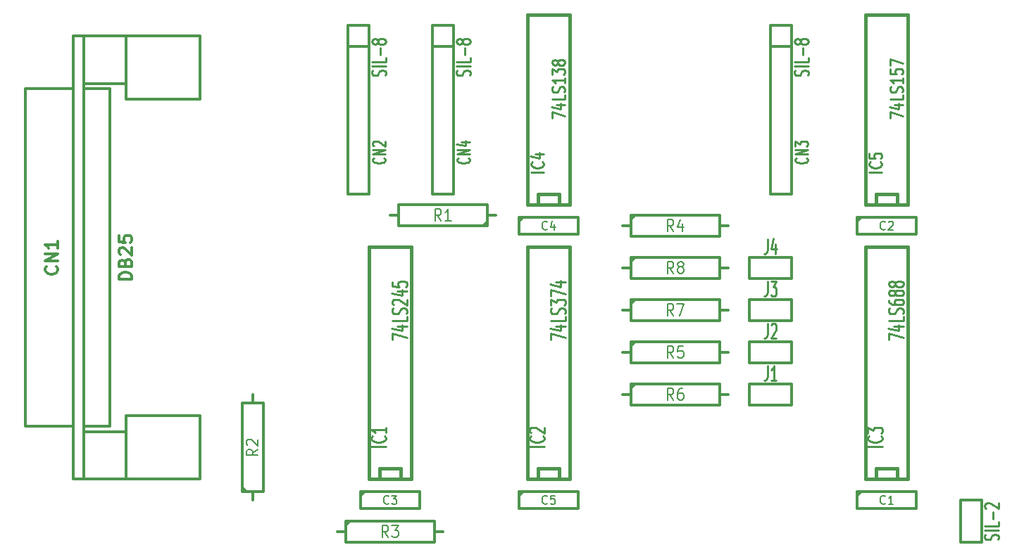
<source format=gbr>
G04 #@! TF.FileFunction,Legend,Top*
%FSLAX46Y46*%
G04 Gerber Fmt 4.6, Leading zero omitted, Abs format (unit mm)*
G04 Created by KiCad (PCBNEW 4.0.5+dfsg1-4+deb9u1) date Sun Sep  4 20:05:42 2022*
%MOMM*%
%LPD*%
G01*
G04 APERTURE LIST*
%ADD10C,0.100000*%
%ADD11C,0.304800*%
%ADD12C,0.381000*%
%ADD13C,0.271780*%
%ADD14C,0.254000*%
%ADD15C,0.203200*%
%ADD16C,0.285750*%
G04 APERTURE END LIST*
D10*
D11*
X196850000Y-129540000D02*
X199390000Y-129540000D01*
X199390000Y-129540000D02*
X199390000Y-134620000D01*
X199390000Y-134620000D02*
X196850000Y-134620000D01*
X196850000Y-134620000D02*
X196850000Y-129540000D01*
X176530000Y-72390000D02*
X176530000Y-92710000D01*
X176530000Y-92710000D02*
X173990000Y-92710000D01*
X173990000Y-92710000D02*
X173990000Y-72390000D01*
X173990000Y-72390000D02*
X176530000Y-72390000D01*
X173990000Y-74930000D02*
X176530000Y-74930000D01*
X135890000Y-72390000D02*
X135890000Y-92710000D01*
X135890000Y-92710000D02*
X133350000Y-92710000D01*
X133350000Y-92710000D02*
X133350000Y-72390000D01*
X133350000Y-72390000D02*
X135890000Y-72390000D01*
X133350000Y-74930000D02*
X135890000Y-74930000D01*
X125730000Y-72390000D02*
X125730000Y-92710000D01*
X125730000Y-92710000D02*
X123190000Y-92710000D01*
X123190000Y-92710000D02*
X123190000Y-72390000D01*
X123190000Y-72390000D02*
X125730000Y-72390000D01*
X123190000Y-74930000D02*
X125730000Y-74930000D01*
X171450000Y-102870000D02*
X171450000Y-100330000D01*
X171450000Y-100330000D02*
X176530000Y-100330000D01*
X176530000Y-100330000D02*
X176530000Y-102870000D01*
X176530000Y-102870000D02*
X171450000Y-102870000D01*
X171450000Y-107950000D02*
X171450000Y-105410000D01*
X171450000Y-105410000D02*
X176530000Y-105410000D01*
X176530000Y-105410000D02*
X176530000Y-107950000D01*
X176530000Y-107950000D02*
X171450000Y-107950000D01*
X171450000Y-113030000D02*
X171450000Y-110490000D01*
X171450000Y-110490000D02*
X176530000Y-110490000D01*
X176530000Y-110490000D02*
X176530000Y-113030000D01*
X176530000Y-113030000D02*
X171450000Y-113030000D01*
X171450000Y-118110000D02*
X171450000Y-115570000D01*
X171450000Y-115570000D02*
X176530000Y-115570000D01*
X176530000Y-115570000D02*
X176530000Y-118110000D01*
X176530000Y-118110000D02*
X171450000Y-118110000D01*
X156210000Y-96520000D02*
X157226000Y-96520000D01*
X168910000Y-96520000D02*
X167894000Y-96520000D01*
X167894000Y-95250000D02*
X167894000Y-97790000D01*
X167894000Y-97790000D02*
X157226000Y-97790000D01*
X157226000Y-97790000D02*
X157226000Y-95250000D01*
X157226000Y-95250000D02*
X167894000Y-95250000D01*
X157226000Y-95758000D02*
X157734000Y-95250000D01*
X121920000Y-133350000D02*
X122936000Y-133350000D01*
X134620000Y-133350000D02*
X133604000Y-133350000D01*
X133604000Y-132080000D02*
X133604000Y-134620000D01*
X133604000Y-134620000D02*
X122936000Y-134620000D01*
X122936000Y-134620000D02*
X122936000Y-132080000D01*
X122936000Y-132080000D02*
X133604000Y-132080000D01*
X122936000Y-132588000D02*
X123444000Y-132080000D01*
X111760000Y-129540000D02*
X111760000Y-128524000D01*
X111760000Y-116840000D02*
X111760000Y-117856000D01*
X110490000Y-117856000D02*
X113030000Y-117856000D01*
X113030000Y-117856000D02*
X113030000Y-128524000D01*
X113030000Y-128524000D02*
X110490000Y-128524000D01*
X110490000Y-128524000D02*
X110490000Y-117856000D01*
X110998000Y-128524000D02*
X110490000Y-128016000D01*
X156210000Y-101600000D02*
X157226000Y-101600000D01*
X168910000Y-101600000D02*
X167894000Y-101600000D01*
X167894000Y-100330000D02*
X167894000Y-102870000D01*
X167894000Y-102870000D02*
X157226000Y-102870000D01*
X157226000Y-102870000D02*
X157226000Y-100330000D01*
X157226000Y-100330000D02*
X167894000Y-100330000D01*
X157226000Y-100838000D02*
X157734000Y-100330000D01*
X156210000Y-106680000D02*
X157226000Y-106680000D01*
X168910000Y-106680000D02*
X167894000Y-106680000D01*
X167894000Y-105410000D02*
X167894000Y-107950000D01*
X167894000Y-107950000D02*
X157226000Y-107950000D01*
X157226000Y-107950000D02*
X157226000Y-105410000D01*
X157226000Y-105410000D02*
X167894000Y-105410000D01*
X157226000Y-105918000D02*
X157734000Y-105410000D01*
X156210000Y-116840000D02*
X157226000Y-116840000D01*
X168910000Y-116840000D02*
X167894000Y-116840000D01*
X167894000Y-115570000D02*
X167894000Y-118110000D01*
X167894000Y-118110000D02*
X157226000Y-118110000D01*
X157226000Y-118110000D02*
X157226000Y-115570000D01*
X157226000Y-115570000D02*
X167894000Y-115570000D01*
X157226000Y-116078000D02*
X157734000Y-115570000D01*
X156210000Y-111760000D02*
X157226000Y-111760000D01*
X168910000Y-111760000D02*
X167894000Y-111760000D01*
X167894000Y-110490000D02*
X167894000Y-113030000D01*
X167894000Y-113030000D02*
X157226000Y-113030000D01*
X157226000Y-113030000D02*
X157226000Y-110490000D01*
X157226000Y-110490000D02*
X167894000Y-110490000D01*
X157226000Y-110998000D02*
X157734000Y-110490000D01*
X140970000Y-95250000D02*
X139954000Y-95250000D01*
X128270000Y-95250000D02*
X129286000Y-95250000D01*
X129286000Y-96520000D02*
X129286000Y-93980000D01*
X129286000Y-93980000D02*
X139954000Y-93980000D01*
X139954000Y-93980000D02*
X139954000Y-96520000D01*
X139954000Y-96520000D02*
X129286000Y-96520000D01*
X139954000Y-96012000D02*
X139446000Y-96520000D01*
X91440000Y-73660000D02*
X105410000Y-73660000D01*
X96520000Y-81280000D02*
X105410000Y-81280000D01*
X91440000Y-79375000D02*
X96520000Y-79375000D01*
X91440000Y-121285000D02*
X96520000Y-121285000D01*
X96520000Y-119380000D02*
X105410000Y-119380000D01*
X105410000Y-127000000D02*
X91440000Y-127000000D01*
X96520000Y-73660000D02*
X96520000Y-81280000D01*
X96520000Y-127000000D02*
X96520000Y-119380000D01*
X94615000Y-80010000D02*
X91440000Y-80010000D01*
X94615000Y-120650000D02*
X91440000Y-120650000D01*
X84455000Y-80010000D02*
X90170000Y-80010000D01*
X84455000Y-120650000D02*
X90170000Y-120650000D01*
X91440000Y-73660000D02*
X90170000Y-73660000D01*
X90170000Y-73660000D02*
X90170000Y-127000000D01*
X90170000Y-127000000D02*
X91440000Y-127000000D01*
X91440000Y-127000000D02*
X91440000Y-73660000D01*
X105410000Y-81280000D02*
X105410000Y-73660000D01*
X94615000Y-120650000D02*
X94615000Y-80010000D01*
X84455000Y-120650000D02*
X84455000Y-80010000D01*
X105410000Y-127000000D02*
X105410000Y-119380000D01*
X184404000Y-128524000D02*
X191516000Y-128524000D01*
X191516000Y-128524000D02*
X191516000Y-130556000D01*
X191516000Y-130556000D02*
X184404000Y-130556000D01*
X184404000Y-130556000D02*
X184404000Y-128524000D01*
X184404000Y-129032000D02*
X184912000Y-128524000D01*
X143764000Y-128524000D02*
X150876000Y-128524000D01*
X150876000Y-128524000D02*
X150876000Y-130556000D01*
X150876000Y-130556000D02*
X143764000Y-130556000D01*
X143764000Y-130556000D02*
X143764000Y-128524000D01*
X143764000Y-129032000D02*
X144272000Y-128524000D01*
X143764000Y-95504000D02*
X150876000Y-95504000D01*
X150876000Y-95504000D02*
X150876000Y-97536000D01*
X150876000Y-97536000D02*
X143764000Y-97536000D01*
X143764000Y-97536000D02*
X143764000Y-95504000D01*
X143764000Y-96012000D02*
X144272000Y-95504000D01*
X124714000Y-128524000D02*
X131826000Y-128524000D01*
X131826000Y-128524000D02*
X131826000Y-130556000D01*
X131826000Y-130556000D02*
X124714000Y-130556000D01*
X124714000Y-130556000D02*
X124714000Y-128524000D01*
X124714000Y-129032000D02*
X125222000Y-128524000D01*
X184404000Y-95504000D02*
X191516000Y-95504000D01*
X191516000Y-95504000D02*
X191516000Y-97536000D01*
X191516000Y-97536000D02*
X184404000Y-97536000D01*
X184404000Y-97536000D02*
X184404000Y-95504000D01*
X184404000Y-96012000D02*
X184912000Y-95504000D01*
D12*
X146050000Y-127000000D02*
X146050000Y-125730000D01*
X146050000Y-125730000D02*
X148590000Y-125730000D01*
X148590000Y-125730000D02*
X148590000Y-127000000D01*
X144780000Y-127000000D02*
X144780000Y-99060000D01*
X144780000Y-99060000D02*
X149860000Y-99060000D01*
X149860000Y-99060000D02*
X149860000Y-127000000D01*
X149860000Y-127000000D02*
X144780000Y-127000000D01*
X127000000Y-127000000D02*
X127000000Y-125730000D01*
X127000000Y-125730000D02*
X129540000Y-125730000D01*
X129540000Y-125730000D02*
X129540000Y-127000000D01*
X125730000Y-127000000D02*
X125730000Y-99060000D01*
X125730000Y-99060000D02*
X130810000Y-99060000D01*
X130810000Y-99060000D02*
X130810000Y-127000000D01*
X130810000Y-127000000D02*
X125730000Y-127000000D01*
X186690000Y-127000000D02*
X186690000Y-125730000D01*
X186690000Y-125730000D02*
X189230000Y-125730000D01*
X189230000Y-125730000D02*
X189230000Y-127000000D01*
X185420000Y-127000000D02*
X185420000Y-99060000D01*
X185420000Y-99060000D02*
X190500000Y-99060000D01*
X190500000Y-99060000D02*
X190500000Y-127000000D01*
X190500000Y-127000000D02*
X185420000Y-127000000D01*
X186690000Y-93980000D02*
X186690000Y-93980000D01*
X186690000Y-93980000D02*
X186690000Y-92710000D01*
X186690000Y-92710000D02*
X189230000Y-92710000D01*
X189230000Y-92710000D02*
X189230000Y-93980000D01*
X185420000Y-93980000D02*
X185420000Y-71120000D01*
X185420000Y-71120000D02*
X190500000Y-71120000D01*
X190500000Y-71120000D02*
X190500000Y-93980000D01*
X190500000Y-93980000D02*
X185420000Y-93980000D01*
X146050000Y-93980000D02*
X146050000Y-93980000D01*
X146050000Y-93980000D02*
X146050000Y-92710000D01*
X146050000Y-92710000D02*
X148590000Y-92710000D01*
X148590000Y-92710000D02*
X148590000Y-93980000D01*
X144780000Y-93980000D02*
X144780000Y-71120000D01*
X144780000Y-71120000D02*
X149860000Y-71120000D01*
X149860000Y-71120000D02*
X149860000Y-93980000D01*
X149860000Y-93980000D02*
X144780000Y-93980000D01*
D13*
X201360133Y-134280124D02*
X201442501Y-134124821D01*
X201442501Y-133865983D01*
X201360133Y-133762447D01*
X201277764Y-133710680D01*
X201113027Y-133658912D01*
X200948290Y-133658912D01*
X200783553Y-133710680D01*
X200701184Y-133762447D01*
X200618816Y-133865983D01*
X200536447Y-134073053D01*
X200454079Y-134176588D01*
X200371710Y-134228356D01*
X200206973Y-134280124D01*
X200042236Y-134280124D01*
X199877499Y-134228356D01*
X199795130Y-134176588D01*
X199712761Y-134073053D01*
X199712761Y-133814215D01*
X199795130Y-133658912D01*
X201442501Y-133193004D02*
X199712761Y-133193004D01*
X201442501Y-132157652D02*
X201442501Y-132675328D01*
X199712761Y-132675328D01*
X200783553Y-131795278D02*
X200783553Y-130966996D01*
X199877499Y-130501088D02*
X199795130Y-130449320D01*
X199712761Y-130345785D01*
X199712761Y-130086947D01*
X199795130Y-129983411D01*
X199877499Y-129931644D01*
X200042236Y-129879876D01*
X200206973Y-129879876D01*
X200454079Y-129931644D01*
X201442501Y-130552855D01*
X201442501Y-129879876D01*
D11*
D13*
X178500133Y-78400124D02*
X178582501Y-78244821D01*
X178582501Y-77985983D01*
X178500133Y-77882447D01*
X178417764Y-77830680D01*
X178253027Y-77778912D01*
X178088290Y-77778912D01*
X177923553Y-77830680D01*
X177841184Y-77882447D01*
X177758816Y-77985983D01*
X177676447Y-78193053D01*
X177594079Y-78296588D01*
X177511710Y-78348356D01*
X177346973Y-78400124D01*
X177182236Y-78400124D01*
X177017499Y-78348356D01*
X176935130Y-78296588D01*
X176852761Y-78193053D01*
X176852761Y-77934215D01*
X176935130Y-77778912D01*
X178582501Y-77313004D02*
X176852761Y-77313004D01*
X178582501Y-76277652D02*
X178582501Y-76795328D01*
X176852761Y-76795328D01*
X177923553Y-75915278D02*
X177923553Y-75086996D01*
X177594079Y-74414017D02*
X177511710Y-74517552D01*
X177429341Y-74569320D01*
X177264604Y-74621088D01*
X177182236Y-74621088D01*
X177017499Y-74569320D01*
X176935130Y-74517552D01*
X176852761Y-74414017D01*
X176852761Y-74206947D01*
X176935130Y-74103411D01*
X177017499Y-74051644D01*
X177182236Y-73999876D01*
X177264604Y-73999876D01*
X177429341Y-74051644D01*
X177511710Y-74103411D01*
X177594079Y-74206947D01*
X177594079Y-74414017D01*
X177676447Y-74517552D01*
X177758816Y-74569320D01*
X177923553Y-74621088D01*
X178253027Y-74621088D01*
X178417764Y-74569320D01*
X178500133Y-74517552D01*
X178582501Y-74414017D01*
X178582501Y-74206947D01*
X178500133Y-74103411D01*
X178417764Y-74051644D01*
X178253027Y-73999876D01*
X177923553Y-73999876D01*
X177758816Y-74051644D01*
X177676447Y-74103411D01*
X177594079Y-74206947D01*
D11*
D14*
X178344286Y-88331524D02*
X178416857Y-88379905D01*
X178489429Y-88525048D01*
X178489429Y-88621810D01*
X178416857Y-88766952D01*
X178271714Y-88863714D01*
X178126571Y-88912095D01*
X177836286Y-88960476D01*
X177618571Y-88960476D01*
X177328286Y-88912095D01*
X177183143Y-88863714D01*
X177038000Y-88766952D01*
X176965429Y-88621810D01*
X176965429Y-88525048D01*
X177038000Y-88379905D01*
X177110571Y-88331524D01*
X178489429Y-87896095D02*
X176965429Y-87896095D01*
X178489429Y-87315524D01*
X176965429Y-87315524D01*
X176965429Y-86928476D02*
X176965429Y-86299524D01*
X177546000Y-86638190D01*
X177546000Y-86493048D01*
X177618571Y-86396286D01*
X177691143Y-86347905D01*
X177836286Y-86299524D01*
X178199143Y-86299524D01*
X178344286Y-86347905D01*
X178416857Y-86396286D01*
X178489429Y-86493048D01*
X178489429Y-86783333D01*
X178416857Y-86880095D01*
X178344286Y-86928476D01*
D11*
D13*
X137860133Y-78400124D02*
X137942501Y-78244821D01*
X137942501Y-77985983D01*
X137860133Y-77882447D01*
X137777764Y-77830680D01*
X137613027Y-77778912D01*
X137448290Y-77778912D01*
X137283553Y-77830680D01*
X137201184Y-77882447D01*
X137118816Y-77985983D01*
X137036447Y-78193053D01*
X136954079Y-78296588D01*
X136871710Y-78348356D01*
X136706973Y-78400124D01*
X136542236Y-78400124D01*
X136377499Y-78348356D01*
X136295130Y-78296588D01*
X136212761Y-78193053D01*
X136212761Y-77934215D01*
X136295130Y-77778912D01*
X137942501Y-77313004D02*
X136212761Y-77313004D01*
X137942501Y-76277652D02*
X137942501Y-76795328D01*
X136212761Y-76795328D01*
X137283553Y-75915278D02*
X137283553Y-75086996D01*
X136954079Y-74414017D02*
X136871710Y-74517552D01*
X136789341Y-74569320D01*
X136624604Y-74621088D01*
X136542236Y-74621088D01*
X136377499Y-74569320D01*
X136295130Y-74517552D01*
X136212761Y-74414017D01*
X136212761Y-74206947D01*
X136295130Y-74103411D01*
X136377499Y-74051644D01*
X136542236Y-73999876D01*
X136624604Y-73999876D01*
X136789341Y-74051644D01*
X136871710Y-74103411D01*
X136954079Y-74206947D01*
X136954079Y-74414017D01*
X137036447Y-74517552D01*
X137118816Y-74569320D01*
X137283553Y-74621088D01*
X137613027Y-74621088D01*
X137777764Y-74569320D01*
X137860133Y-74517552D01*
X137942501Y-74414017D01*
X137942501Y-74206947D01*
X137860133Y-74103411D01*
X137777764Y-74051644D01*
X137613027Y-73999876D01*
X137283553Y-73999876D01*
X137118816Y-74051644D01*
X137036447Y-74103411D01*
X136954079Y-74206947D01*
D11*
D14*
X137704286Y-88331524D02*
X137776857Y-88379905D01*
X137849429Y-88525048D01*
X137849429Y-88621810D01*
X137776857Y-88766952D01*
X137631714Y-88863714D01*
X137486571Y-88912095D01*
X137196286Y-88960476D01*
X136978571Y-88960476D01*
X136688286Y-88912095D01*
X136543143Y-88863714D01*
X136398000Y-88766952D01*
X136325429Y-88621810D01*
X136325429Y-88525048D01*
X136398000Y-88379905D01*
X136470571Y-88331524D01*
X137849429Y-87896095D02*
X136325429Y-87896095D01*
X137849429Y-87315524D01*
X136325429Y-87315524D01*
X136833429Y-86396286D02*
X137849429Y-86396286D01*
X136252857Y-86638190D02*
X137341429Y-86880095D01*
X137341429Y-86251143D01*
D11*
D13*
X127700133Y-78400124D02*
X127782501Y-78244821D01*
X127782501Y-77985983D01*
X127700133Y-77882447D01*
X127617764Y-77830680D01*
X127453027Y-77778912D01*
X127288290Y-77778912D01*
X127123553Y-77830680D01*
X127041184Y-77882447D01*
X126958816Y-77985983D01*
X126876447Y-78193053D01*
X126794079Y-78296588D01*
X126711710Y-78348356D01*
X126546973Y-78400124D01*
X126382236Y-78400124D01*
X126217499Y-78348356D01*
X126135130Y-78296588D01*
X126052761Y-78193053D01*
X126052761Y-77934215D01*
X126135130Y-77778912D01*
X127782501Y-77313004D02*
X126052761Y-77313004D01*
X127782501Y-76277652D02*
X127782501Y-76795328D01*
X126052761Y-76795328D01*
X127123553Y-75915278D02*
X127123553Y-75086996D01*
X126794079Y-74414017D02*
X126711710Y-74517552D01*
X126629341Y-74569320D01*
X126464604Y-74621088D01*
X126382236Y-74621088D01*
X126217499Y-74569320D01*
X126135130Y-74517552D01*
X126052761Y-74414017D01*
X126052761Y-74206947D01*
X126135130Y-74103411D01*
X126217499Y-74051644D01*
X126382236Y-73999876D01*
X126464604Y-73999876D01*
X126629341Y-74051644D01*
X126711710Y-74103411D01*
X126794079Y-74206947D01*
X126794079Y-74414017D01*
X126876447Y-74517552D01*
X126958816Y-74569320D01*
X127123553Y-74621088D01*
X127453027Y-74621088D01*
X127617764Y-74569320D01*
X127700133Y-74517552D01*
X127782501Y-74414017D01*
X127782501Y-74206947D01*
X127700133Y-74103411D01*
X127617764Y-74051644D01*
X127453027Y-73999876D01*
X127123553Y-73999876D01*
X126958816Y-74051644D01*
X126876447Y-74103411D01*
X126794079Y-74206947D01*
D11*
D14*
X127544286Y-88331524D02*
X127616857Y-88379905D01*
X127689429Y-88525048D01*
X127689429Y-88621810D01*
X127616857Y-88766952D01*
X127471714Y-88863714D01*
X127326571Y-88912095D01*
X127036286Y-88960476D01*
X126818571Y-88960476D01*
X126528286Y-88912095D01*
X126383143Y-88863714D01*
X126238000Y-88766952D01*
X126165429Y-88621810D01*
X126165429Y-88525048D01*
X126238000Y-88379905D01*
X126310571Y-88331524D01*
X127689429Y-87896095D02*
X126165429Y-87896095D01*
X127689429Y-87315524D01*
X126165429Y-87315524D01*
X126310571Y-86880095D02*
X126238000Y-86831714D01*
X126165429Y-86734952D01*
X126165429Y-86493048D01*
X126238000Y-86396286D01*
X126310571Y-86347905D01*
X126455714Y-86299524D01*
X126600857Y-86299524D01*
X126818571Y-86347905D01*
X127689429Y-86928476D01*
X127689429Y-86299524D01*
D11*
D13*
X173627627Y-98112761D02*
X173627627Y-99348290D01*
X173575859Y-99595396D01*
X173472324Y-99760133D01*
X173317021Y-99842501D01*
X173213486Y-99842501D01*
X174611212Y-98689341D02*
X174611212Y-99842501D01*
X174352374Y-98030393D02*
X174093535Y-99265921D01*
X174766515Y-99265921D01*
D11*
D13*
X173627627Y-103192761D02*
X173627627Y-104428290D01*
X173575859Y-104675396D01*
X173472324Y-104840133D01*
X173317021Y-104922501D01*
X173213486Y-104922501D01*
X174041768Y-103192761D02*
X174714747Y-103192761D01*
X174352374Y-103851710D01*
X174507676Y-103851710D01*
X174611212Y-103934079D01*
X174662979Y-104016447D01*
X174714747Y-104181184D01*
X174714747Y-104593027D01*
X174662979Y-104757764D01*
X174611212Y-104840133D01*
X174507676Y-104922501D01*
X174197071Y-104922501D01*
X174093535Y-104840133D01*
X174041768Y-104757764D01*
D11*
D13*
X173627627Y-108272761D02*
X173627627Y-109508290D01*
X173575859Y-109755396D01*
X173472324Y-109920133D01*
X173317021Y-110002501D01*
X173213486Y-110002501D01*
X174093535Y-108437499D02*
X174145303Y-108355130D01*
X174248838Y-108272761D01*
X174507676Y-108272761D01*
X174611212Y-108355130D01*
X174662979Y-108437499D01*
X174714747Y-108602236D01*
X174714747Y-108766973D01*
X174662979Y-109014079D01*
X174041768Y-110002501D01*
X174714747Y-110002501D01*
D11*
D13*
X173627627Y-113352761D02*
X173627627Y-114588290D01*
X173575859Y-114835396D01*
X173472324Y-115000133D01*
X173317021Y-115082501D01*
X173213486Y-115082501D01*
X174714747Y-115082501D02*
X174093535Y-115082501D01*
X174404141Y-115082501D02*
X174404141Y-113352761D01*
X174300606Y-113599867D01*
X174197071Y-113764604D01*
X174093535Y-113846973D01*
D11*
D15*
X162348333Y-97151976D02*
X161925000Y-96486738D01*
X161622619Y-97151976D02*
X161622619Y-95754976D01*
X162106428Y-95754976D01*
X162227381Y-95821500D01*
X162287857Y-95888024D01*
X162348333Y-96021071D01*
X162348333Y-96220643D01*
X162287857Y-96353690D01*
X162227381Y-96420214D01*
X162106428Y-96486738D01*
X161622619Y-96486738D01*
X163436905Y-96220643D02*
X163436905Y-97151976D01*
X163134524Y-95688452D02*
X162832143Y-96686310D01*
X163618333Y-96686310D01*
X128058333Y-133981976D02*
X127635000Y-133316738D01*
X127332619Y-133981976D02*
X127332619Y-132584976D01*
X127816428Y-132584976D01*
X127937381Y-132651500D01*
X127997857Y-132718024D01*
X128058333Y-132851071D01*
X128058333Y-133050643D01*
X127997857Y-133183690D01*
X127937381Y-133250214D01*
X127816428Y-133316738D01*
X127332619Y-133316738D01*
X128481667Y-132584976D02*
X129267857Y-132584976D01*
X128844524Y-133117167D01*
X129025952Y-133117167D01*
X129146905Y-133183690D01*
X129207381Y-133250214D01*
X129267857Y-133383262D01*
X129267857Y-133715881D01*
X129207381Y-133848929D01*
X129146905Y-133915452D01*
X129025952Y-133981976D01*
X128663095Y-133981976D01*
X128542143Y-133915452D01*
X128481667Y-133848929D01*
X112391976Y-123401667D02*
X111726738Y-123825000D01*
X112391976Y-124127381D02*
X110994976Y-124127381D01*
X110994976Y-123643572D01*
X111061500Y-123522619D01*
X111128024Y-123462143D01*
X111261071Y-123401667D01*
X111460643Y-123401667D01*
X111593690Y-123462143D01*
X111660214Y-123522619D01*
X111726738Y-123643572D01*
X111726738Y-124127381D01*
X111128024Y-122917857D02*
X111061500Y-122857381D01*
X110994976Y-122736429D01*
X110994976Y-122434048D01*
X111061500Y-122313095D01*
X111128024Y-122252619D01*
X111261071Y-122192143D01*
X111394119Y-122192143D01*
X111593690Y-122252619D01*
X112391976Y-122978333D01*
X112391976Y-122192143D01*
X162348333Y-102231976D02*
X161925000Y-101566738D01*
X161622619Y-102231976D02*
X161622619Y-100834976D01*
X162106428Y-100834976D01*
X162227381Y-100901500D01*
X162287857Y-100968024D01*
X162348333Y-101101071D01*
X162348333Y-101300643D01*
X162287857Y-101433690D01*
X162227381Y-101500214D01*
X162106428Y-101566738D01*
X161622619Y-101566738D01*
X163074048Y-101433690D02*
X162953095Y-101367167D01*
X162892619Y-101300643D01*
X162832143Y-101167595D01*
X162832143Y-101101071D01*
X162892619Y-100968024D01*
X162953095Y-100901500D01*
X163074048Y-100834976D01*
X163315952Y-100834976D01*
X163436905Y-100901500D01*
X163497381Y-100968024D01*
X163557857Y-101101071D01*
X163557857Y-101167595D01*
X163497381Y-101300643D01*
X163436905Y-101367167D01*
X163315952Y-101433690D01*
X163074048Y-101433690D01*
X162953095Y-101500214D01*
X162892619Y-101566738D01*
X162832143Y-101699786D01*
X162832143Y-101965881D01*
X162892619Y-102098929D01*
X162953095Y-102165452D01*
X163074048Y-102231976D01*
X163315952Y-102231976D01*
X163436905Y-102165452D01*
X163497381Y-102098929D01*
X163557857Y-101965881D01*
X163557857Y-101699786D01*
X163497381Y-101566738D01*
X163436905Y-101500214D01*
X163315952Y-101433690D01*
X162348333Y-107311976D02*
X161925000Y-106646738D01*
X161622619Y-107311976D02*
X161622619Y-105914976D01*
X162106428Y-105914976D01*
X162227381Y-105981500D01*
X162287857Y-106048024D01*
X162348333Y-106181071D01*
X162348333Y-106380643D01*
X162287857Y-106513690D01*
X162227381Y-106580214D01*
X162106428Y-106646738D01*
X161622619Y-106646738D01*
X162771667Y-105914976D02*
X163618333Y-105914976D01*
X163074048Y-107311976D01*
X162348333Y-117471976D02*
X161925000Y-116806738D01*
X161622619Y-117471976D02*
X161622619Y-116074976D01*
X162106428Y-116074976D01*
X162227381Y-116141500D01*
X162287857Y-116208024D01*
X162348333Y-116341071D01*
X162348333Y-116540643D01*
X162287857Y-116673690D01*
X162227381Y-116740214D01*
X162106428Y-116806738D01*
X161622619Y-116806738D01*
X163436905Y-116074976D02*
X163195000Y-116074976D01*
X163074048Y-116141500D01*
X163013571Y-116208024D01*
X162892619Y-116407595D01*
X162832143Y-116673690D01*
X162832143Y-117205881D01*
X162892619Y-117338929D01*
X162953095Y-117405452D01*
X163074048Y-117471976D01*
X163315952Y-117471976D01*
X163436905Y-117405452D01*
X163497381Y-117338929D01*
X163557857Y-117205881D01*
X163557857Y-116873262D01*
X163497381Y-116740214D01*
X163436905Y-116673690D01*
X163315952Y-116607167D01*
X163074048Y-116607167D01*
X162953095Y-116673690D01*
X162892619Y-116740214D01*
X162832143Y-116873262D01*
X162348333Y-112391976D02*
X161925000Y-111726738D01*
X161622619Y-112391976D02*
X161622619Y-110994976D01*
X162106428Y-110994976D01*
X162227381Y-111061500D01*
X162287857Y-111128024D01*
X162348333Y-111261071D01*
X162348333Y-111460643D01*
X162287857Y-111593690D01*
X162227381Y-111660214D01*
X162106428Y-111726738D01*
X161622619Y-111726738D01*
X163497381Y-110994976D02*
X162892619Y-110994976D01*
X162832143Y-111660214D01*
X162892619Y-111593690D01*
X163013571Y-111527167D01*
X163315952Y-111527167D01*
X163436905Y-111593690D01*
X163497381Y-111660214D01*
X163557857Y-111793262D01*
X163557857Y-112125881D01*
X163497381Y-112258929D01*
X163436905Y-112325452D01*
X163315952Y-112391976D01*
X163013571Y-112391976D01*
X162892619Y-112325452D01*
X162832143Y-112258929D01*
X134408333Y-95881976D02*
X133985000Y-95216738D01*
X133682619Y-95881976D02*
X133682619Y-94484976D01*
X134166428Y-94484976D01*
X134287381Y-94551500D01*
X134347857Y-94618024D01*
X134408333Y-94751071D01*
X134408333Y-94950643D01*
X134347857Y-95083690D01*
X134287381Y-95150214D01*
X134166428Y-95216738D01*
X133682619Y-95216738D01*
X135617857Y-95881976D02*
X134892143Y-95881976D01*
X135255000Y-95881976D02*
X135255000Y-94484976D01*
X135134048Y-94684548D01*
X135013095Y-94817595D01*
X134892143Y-94884119D01*
D11*
X88174286Y-101382286D02*
X88246857Y-101454857D01*
X88319429Y-101672571D01*
X88319429Y-101817714D01*
X88246857Y-102035429D01*
X88101714Y-102180571D01*
X87956571Y-102253143D01*
X87666286Y-102325714D01*
X87448571Y-102325714D01*
X87158286Y-102253143D01*
X87013143Y-102180571D01*
X86868000Y-102035429D01*
X86795429Y-101817714D01*
X86795429Y-101672571D01*
X86868000Y-101454857D01*
X86940571Y-101382286D01*
X88319429Y-100729143D02*
X86795429Y-100729143D01*
X88319429Y-99858286D01*
X86795429Y-99858286D01*
X88319429Y-98334286D02*
X88319429Y-99205143D01*
X88319429Y-98769715D02*
X86795429Y-98769715D01*
X87013143Y-98914858D01*
X87158286Y-99060000D01*
X87230857Y-99205143D01*
X97209429Y-102942572D02*
X95685429Y-102942572D01*
X95685429Y-102579715D01*
X95758000Y-102362000D01*
X95903143Y-102216858D01*
X96048286Y-102144286D01*
X96338571Y-102071715D01*
X96556286Y-102071715D01*
X96846571Y-102144286D01*
X96991714Y-102216858D01*
X97136857Y-102362000D01*
X97209429Y-102579715D01*
X97209429Y-102942572D01*
X96411143Y-100910572D02*
X96483714Y-100692858D01*
X96556286Y-100620286D01*
X96701429Y-100547715D01*
X96919143Y-100547715D01*
X97064286Y-100620286D01*
X97136857Y-100692858D01*
X97209429Y-100838000D01*
X97209429Y-101418572D01*
X95685429Y-101418572D01*
X95685429Y-100910572D01*
X95758000Y-100765429D01*
X95830571Y-100692858D01*
X95975714Y-100620286D01*
X96120857Y-100620286D01*
X96266000Y-100692858D01*
X96338571Y-100765429D01*
X96411143Y-100910572D01*
X96411143Y-101418572D01*
X95830571Y-99967143D02*
X95758000Y-99894572D01*
X95685429Y-99749429D01*
X95685429Y-99386572D01*
X95758000Y-99241429D01*
X95830571Y-99168858D01*
X95975714Y-99096286D01*
X96120857Y-99096286D01*
X96338571Y-99168858D01*
X97209429Y-100039715D01*
X97209429Y-99096286D01*
X95685429Y-97717429D02*
X95685429Y-98443143D01*
X96411143Y-98515714D01*
X96338571Y-98443143D01*
X96266000Y-98298000D01*
X96266000Y-97935143D01*
X96338571Y-97790000D01*
X96411143Y-97717429D01*
X96556286Y-97644857D01*
X96919143Y-97644857D01*
X97064286Y-97717429D01*
X97136857Y-97790000D01*
X97209429Y-97935143D01*
X97209429Y-98298000D01*
X97136857Y-98443143D01*
X97064286Y-98515714D01*
D15*
X187790667Y-129902857D02*
X187742286Y-129951238D01*
X187597143Y-129999619D01*
X187500381Y-129999619D01*
X187355239Y-129951238D01*
X187258477Y-129854476D01*
X187210096Y-129757714D01*
X187161715Y-129564190D01*
X187161715Y-129419048D01*
X187210096Y-129225524D01*
X187258477Y-129128762D01*
X187355239Y-129032000D01*
X187500381Y-128983619D01*
X187597143Y-128983619D01*
X187742286Y-129032000D01*
X187790667Y-129080381D01*
X188758286Y-129999619D02*
X188177715Y-129999619D01*
X188468001Y-129999619D02*
X188468001Y-128983619D01*
X188371239Y-129128762D01*
X188274477Y-129225524D01*
X188177715Y-129273905D01*
X147150667Y-129902857D02*
X147102286Y-129951238D01*
X146957143Y-129999619D01*
X146860381Y-129999619D01*
X146715239Y-129951238D01*
X146618477Y-129854476D01*
X146570096Y-129757714D01*
X146521715Y-129564190D01*
X146521715Y-129419048D01*
X146570096Y-129225524D01*
X146618477Y-129128762D01*
X146715239Y-129032000D01*
X146860381Y-128983619D01*
X146957143Y-128983619D01*
X147102286Y-129032000D01*
X147150667Y-129080381D01*
X148069905Y-128983619D02*
X147586096Y-128983619D01*
X147537715Y-129467429D01*
X147586096Y-129419048D01*
X147682858Y-129370667D01*
X147924762Y-129370667D01*
X148021524Y-129419048D01*
X148069905Y-129467429D01*
X148118286Y-129564190D01*
X148118286Y-129806095D01*
X148069905Y-129902857D01*
X148021524Y-129951238D01*
X147924762Y-129999619D01*
X147682858Y-129999619D01*
X147586096Y-129951238D01*
X147537715Y-129902857D01*
X147150667Y-96882857D02*
X147102286Y-96931238D01*
X146957143Y-96979619D01*
X146860381Y-96979619D01*
X146715239Y-96931238D01*
X146618477Y-96834476D01*
X146570096Y-96737714D01*
X146521715Y-96544190D01*
X146521715Y-96399048D01*
X146570096Y-96205524D01*
X146618477Y-96108762D01*
X146715239Y-96012000D01*
X146860381Y-95963619D01*
X146957143Y-95963619D01*
X147102286Y-96012000D01*
X147150667Y-96060381D01*
X148021524Y-96302286D02*
X148021524Y-96979619D01*
X147779620Y-95915238D02*
X147537715Y-96640952D01*
X148166667Y-96640952D01*
X128100667Y-129902857D02*
X128052286Y-129951238D01*
X127907143Y-129999619D01*
X127810381Y-129999619D01*
X127665239Y-129951238D01*
X127568477Y-129854476D01*
X127520096Y-129757714D01*
X127471715Y-129564190D01*
X127471715Y-129419048D01*
X127520096Y-129225524D01*
X127568477Y-129128762D01*
X127665239Y-129032000D01*
X127810381Y-128983619D01*
X127907143Y-128983619D01*
X128052286Y-129032000D01*
X128100667Y-129080381D01*
X128439334Y-128983619D02*
X129068286Y-128983619D01*
X128729620Y-129370667D01*
X128874762Y-129370667D01*
X128971524Y-129419048D01*
X129019905Y-129467429D01*
X129068286Y-129564190D01*
X129068286Y-129806095D01*
X129019905Y-129902857D01*
X128971524Y-129951238D01*
X128874762Y-129999619D01*
X128584477Y-129999619D01*
X128487715Y-129951238D01*
X128439334Y-129902857D01*
X187790667Y-96882857D02*
X187742286Y-96931238D01*
X187597143Y-96979619D01*
X187500381Y-96979619D01*
X187355239Y-96931238D01*
X187258477Y-96834476D01*
X187210096Y-96737714D01*
X187161715Y-96544190D01*
X187161715Y-96399048D01*
X187210096Y-96205524D01*
X187258477Y-96108762D01*
X187355239Y-96012000D01*
X187500381Y-95963619D01*
X187597143Y-95963619D01*
X187742286Y-96012000D01*
X187790667Y-96060381D01*
X188177715Y-96060381D02*
X188226096Y-96012000D01*
X188322858Y-95963619D01*
X188564762Y-95963619D01*
X188661524Y-96012000D01*
X188709905Y-96060381D01*
X188758286Y-96157143D01*
X188758286Y-96253905D01*
X188709905Y-96399048D01*
X188129334Y-96979619D01*
X188758286Y-96979619D01*
D16*
X146854333Y-123035785D02*
X145076333Y-123035785D01*
X146685000Y-121838356D02*
X146769667Y-121892785D01*
X146854333Y-122056071D01*
X146854333Y-122164928D01*
X146769667Y-122328213D01*
X146600333Y-122437071D01*
X146431000Y-122491499D01*
X146092333Y-122545928D01*
X145838333Y-122545928D01*
X145499667Y-122491499D01*
X145330333Y-122437071D01*
X145161000Y-122328213D01*
X145076333Y-122164928D01*
X145076333Y-122056071D01*
X145161000Y-121892785D01*
X145245667Y-121838356D01*
X145245667Y-121402928D02*
X145161000Y-121348499D01*
X145076333Y-121239642D01*
X145076333Y-120967499D01*
X145161000Y-120858642D01*
X145245667Y-120804213D01*
X145415000Y-120749785D01*
X145584333Y-120749785D01*
X145838333Y-120804213D01*
X146854333Y-121457356D01*
X146854333Y-120749785D01*
D11*
D16*
X147616333Y-110245070D02*
X147616333Y-109483070D01*
X149394333Y-109972927D01*
X148209000Y-108557785D02*
X149394333Y-108557785D01*
X147531667Y-108829928D02*
X148801667Y-109102071D01*
X148801667Y-108394499D01*
X149394333Y-107414785D02*
X149394333Y-107959071D01*
X147616333Y-107959071D01*
X149309667Y-107088214D02*
X149394333Y-106924928D01*
X149394333Y-106652785D01*
X149309667Y-106543928D01*
X149225000Y-106489499D01*
X149055667Y-106435071D01*
X148886333Y-106435071D01*
X148717000Y-106489499D01*
X148632333Y-106543928D01*
X148547667Y-106652785D01*
X148463000Y-106870499D01*
X148378333Y-106979357D01*
X148293667Y-107033785D01*
X148124333Y-107088214D01*
X147955000Y-107088214D01*
X147785667Y-107033785D01*
X147701000Y-106979357D01*
X147616333Y-106870499D01*
X147616333Y-106598357D01*
X147701000Y-106435071D01*
X147616333Y-106054071D02*
X147616333Y-105346500D01*
X148293667Y-105727500D01*
X148293667Y-105564214D01*
X148378333Y-105455357D01*
X148463000Y-105400928D01*
X148632333Y-105346500D01*
X149055667Y-105346500D01*
X149225000Y-105400928D01*
X149309667Y-105455357D01*
X149394333Y-105564214D01*
X149394333Y-105890786D01*
X149309667Y-105999643D01*
X149225000Y-106054071D01*
X147616333Y-104965500D02*
X147616333Y-104203500D01*
X149394333Y-104693357D01*
X148209000Y-103278215D02*
X149394333Y-103278215D01*
X147531667Y-103550358D02*
X148801667Y-103822501D01*
X148801667Y-103114929D01*
D11*
D16*
X127804333Y-123035785D02*
X126026333Y-123035785D01*
X127635000Y-121838356D02*
X127719667Y-121892785D01*
X127804333Y-122056071D01*
X127804333Y-122164928D01*
X127719667Y-122328213D01*
X127550333Y-122437071D01*
X127381000Y-122491499D01*
X127042333Y-122545928D01*
X126788333Y-122545928D01*
X126449667Y-122491499D01*
X126280333Y-122437071D01*
X126111000Y-122328213D01*
X126026333Y-122164928D01*
X126026333Y-122056071D01*
X126111000Y-121892785D01*
X126195667Y-121838356D01*
X127804333Y-120749785D02*
X127804333Y-121402928D01*
X127804333Y-121076356D02*
X126026333Y-121076356D01*
X126280333Y-121185213D01*
X126449667Y-121294071D01*
X126534333Y-121402928D01*
D11*
D16*
X128566333Y-110245070D02*
X128566333Y-109483070D01*
X130344333Y-109972927D01*
X129159000Y-108557785D02*
X130344333Y-108557785D01*
X128481667Y-108829928D02*
X129751667Y-109102071D01*
X129751667Y-108394499D01*
X130344333Y-107414785D02*
X130344333Y-107959071D01*
X128566333Y-107959071D01*
X130259667Y-107088214D02*
X130344333Y-106924928D01*
X130344333Y-106652785D01*
X130259667Y-106543928D01*
X130175000Y-106489499D01*
X130005667Y-106435071D01*
X129836333Y-106435071D01*
X129667000Y-106489499D01*
X129582333Y-106543928D01*
X129497667Y-106652785D01*
X129413000Y-106870499D01*
X129328333Y-106979357D01*
X129243667Y-107033785D01*
X129074333Y-107088214D01*
X128905000Y-107088214D01*
X128735667Y-107033785D01*
X128651000Y-106979357D01*
X128566333Y-106870499D01*
X128566333Y-106598357D01*
X128651000Y-106435071D01*
X128735667Y-105999643D02*
X128651000Y-105945214D01*
X128566333Y-105836357D01*
X128566333Y-105564214D01*
X128651000Y-105455357D01*
X128735667Y-105400928D01*
X128905000Y-105346500D01*
X129074333Y-105346500D01*
X129328333Y-105400928D01*
X130344333Y-106054071D01*
X130344333Y-105346500D01*
X129159000Y-104366786D02*
X130344333Y-104366786D01*
X128481667Y-104638929D02*
X129751667Y-104911072D01*
X129751667Y-104203500D01*
X128566333Y-103223786D02*
X128566333Y-103768072D01*
X129413000Y-103822501D01*
X129328333Y-103768072D01*
X129243667Y-103659215D01*
X129243667Y-103387072D01*
X129328333Y-103278215D01*
X129413000Y-103223786D01*
X129582333Y-103169358D01*
X130005667Y-103169358D01*
X130175000Y-103223786D01*
X130259667Y-103278215D01*
X130344333Y-103387072D01*
X130344333Y-103659215D01*
X130259667Y-103768072D01*
X130175000Y-103822501D01*
D11*
D16*
X187494333Y-123035785D02*
X185716333Y-123035785D01*
X187325000Y-121838356D02*
X187409667Y-121892785D01*
X187494333Y-122056071D01*
X187494333Y-122164928D01*
X187409667Y-122328213D01*
X187240333Y-122437071D01*
X187071000Y-122491499D01*
X186732333Y-122545928D01*
X186478333Y-122545928D01*
X186139667Y-122491499D01*
X185970333Y-122437071D01*
X185801000Y-122328213D01*
X185716333Y-122164928D01*
X185716333Y-122056071D01*
X185801000Y-121892785D01*
X185885667Y-121838356D01*
X185716333Y-121457356D02*
X185716333Y-120749785D01*
X186393667Y-121130785D01*
X186393667Y-120967499D01*
X186478333Y-120858642D01*
X186563000Y-120804213D01*
X186732333Y-120749785D01*
X187155667Y-120749785D01*
X187325000Y-120804213D01*
X187409667Y-120858642D01*
X187494333Y-120967499D01*
X187494333Y-121294071D01*
X187409667Y-121402928D01*
X187325000Y-121457356D01*
D11*
D16*
X188256333Y-110245070D02*
X188256333Y-109483070D01*
X190034333Y-109972927D01*
X188849000Y-108557785D02*
X190034333Y-108557785D01*
X188171667Y-108829928D02*
X189441667Y-109102071D01*
X189441667Y-108394499D01*
X190034333Y-107414785D02*
X190034333Y-107959071D01*
X188256333Y-107959071D01*
X189949667Y-107088214D02*
X190034333Y-106924928D01*
X190034333Y-106652785D01*
X189949667Y-106543928D01*
X189865000Y-106489499D01*
X189695667Y-106435071D01*
X189526333Y-106435071D01*
X189357000Y-106489499D01*
X189272333Y-106543928D01*
X189187667Y-106652785D01*
X189103000Y-106870499D01*
X189018333Y-106979357D01*
X188933667Y-107033785D01*
X188764333Y-107088214D01*
X188595000Y-107088214D01*
X188425667Y-107033785D01*
X188341000Y-106979357D01*
X188256333Y-106870499D01*
X188256333Y-106598357D01*
X188341000Y-106435071D01*
X188256333Y-105455357D02*
X188256333Y-105673071D01*
X188341000Y-105781928D01*
X188425667Y-105836357D01*
X188679667Y-105945214D01*
X189018333Y-105999643D01*
X189695667Y-105999643D01*
X189865000Y-105945214D01*
X189949667Y-105890786D01*
X190034333Y-105781928D01*
X190034333Y-105564214D01*
X189949667Y-105455357D01*
X189865000Y-105400928D01*
X189695667Y-105346500D01*
X189272333Y-105346500D01*
X189103000Y-105400928D01*
X189018333Y-105455357D01*
X188933667Y-105564214D01*
X188933667Y-105781928D01*
X189018333Y-105890786D01*
X189103000Y-105945214D01*
X189272333Y-105999643D01*
X189018333Y-104693357D02*
X188933667Y-104802215D01*
X188849000Y-104856643D01*
X188679667Y-104911072D01*
X188595000Y-104911072D01*
X188425667Y-104856643D01*
X188341000Y-104802215D01*
X188256333Y-104693357D01*
X188256333Y-104475643D01*
X188341000Y-104366786D01*
X188425667Y-104312357D01*
X188595000Y-104257929D01*
X188679667Y-104257929D01*
X188849000Y-104312357D01*
X188933667Y-104366786D01*
X189018333Y-104475643D01*
X189018333Y-104693357D01*
X189103000Y-104802215D01*
X189187667Y-104856643D01*
X189357000Y-104911072D01*
X189695667Y-104911072D01*
X189865000Y-104856643D01*
X189949667Y-104802215D01*
X190034333Y-104693357D01*
X190034333Y-104475643D01*
X189949667Y-104366786D01*
X189865000Y-104312357D01*
X189695667Y-104257929D01*
X189357000Y-104257929D01*
X189187667Y-104312357D01*
X189103000Y-104366786D01*
X189018333Y-104475643D01*
X189018333Y-103604786D02*
X188933667Y-103713644D01*
X188849000Y-103768072D01*
X188679667Y-103822501D01*
X188595000Y-103822501D01*
X188425667Y-103768072D01*
X188341000Y-103713644D01*
X188256333Y-103604786D01*
X188256333Y-103387072D01*
X188341000Y-103278215D01*
X188425667Y-103223786D01*
X188595000Y-103169358D01*
X188679667Y-103169358D01*
X188849000Y-103223786D01*
X188933667Y-103278215D01*
X189018333Y-103387072D01*
X189018333Y-103604786D01*
X189103000Y-103713644D01*
X189187667Y-103768072D01*
X189357000Y-103822501D01*
X189695667Y-103822501D01*
X189865000Y-103768072D01*
X189949667Y-103713644D01*
X190034333Y-103604786D01*
X190034333Y-103387072D01*
X189949667Y-103278215D01*
X189865000Y-103223786D01*
X189695667Y-103169358D01*
X189357000Y-103169358D01*
X189187667Y-103223786D01*
X189103000Y-103278215D01*
X189018333Y-103387072D01*
D11*
D16*
X187379429Y-90015785D02*
X185855429Y-90015785D01*
X187234286Y-88818356D02*
X187306857Y-88872785D01*
X187379429Y-89036071D01*
X187379429Y-89144928D01*
X187306857Y-89308213D01*
X187161714Y-89417071D01*
X187016571Y-89471499D01*
X186726286Y-89525928D01*
X186508571Y-89525928D01*
X186218286Y-89471499D01*
X186073143Y-89417071D01*
X185928000Y-89308213D01*
X185855429Y-89144928D01*
X185855429Y-89036071D01*
X185928000Y-88872785D01*
X186000571Y-88818356D01*
X185855429Y-87784213D02*
X185855429Y-88328499D01*
X186581143Y-88382928D01*
X186508571Y-88328499D01*
X186436000Y-88219642D01*
X186436000Y-87947499D01*
X186508571Y-87838642D01*
X186581143Y-87784213D01*
X186726286Y-87729785D01*
X187089143Y-87729785D01*
X187234286Y-87784213D01*
X187306857Y-87838642D01*
X187379429Y-87947499D01*
X187379429Y-88219642D01*
X187306857Y-88328499D01*
X187234286Y-88382928D01*
D11*
D16*
X188395429Y-83575070D02*
X188395429Y-82813070D01*
X189919429Y-83302927D01*
X188903429Y-81887785D02*
X189919429Y-81887785D01*
X188322857Y-82159928D02*
X189411429Y-82432071D01*
X189411429Y-81724499D01*
X189919429Y-80744785D02*
X189919429Y-81289071D01*
X188395429Y-81289071D01*
X189846857Y-80418214D02*
X189919429Y-80254928D01*
X189919429Y-79982785D01*
X189846857Y-79873928D01*
X189774286Y-79819499D01*
X189629143Y-79765071D01*
X189484000Y-79765071D01*
X189338857Y-79819499D01*
X189266286Y-79873928D01*
X189193714Y-79982785D01*
X189121143Y-80200499D01*
X189048571Y-80309357D01*
X188976000Y-80363785D01*
X188830857Y-80418214D01*
X188685714Y-80418214D01*
X188540571Y-80363785D01*
X188468000Y-80309357D01*
X188395429Y-80200499D01*
X188395429Y-79928357D01*
X188468000Y-79765071D01*
X189919429Y-78676500D02*
X189919429Y-79329643D01*
X189919429Y-79003071D02*
X188395429Y-79003071D01*
X188613143Y-79111928D01*
X188758286Y-79220786D01*
X188830857Y-79329643D01*
X188395429Y-77642357D02*
X188395429Y-78186643D01*
X189121143Y-78241072D01*
X189048571Y-78186643D01*
X188976000Y-78077786D01*
X188976000Y-77805643D01*
X189048571Y-77696786D01*
X189121143Y-77642357D01*
X189266286Y-77587929D01*
X189629143Y-77587929D01*
X189774286Y-77642357D01*
X189846857Y-77696786D01*
X189919429Y-77805643D01*
X189919429Y-78077786D01*
X189846857Y-78186643D01*
X189774286Y-78241072D01*
X188395429Y-77206929D02*
X188395429Y-76444929D01*
X189919429Y-76934786D01*
D11*
D16*
X146739429Y-90015785D02*
X145215429Y-90015785D01*
X146594286Y-88818356D02*
X146666857Y-88872785D01*
X146739429Y-89036071D01*
X146739429Y-89144928D01*
X146666857Y-89308213D01*
X146521714Y-89417071D01*
X146376571Y-89471499D01*
X146086286Y-89525928D01*
X145868571Y-89525928D01*
X145578286Y-89471499D01*
X145433143Y-89417071D01*
X145288000Y-89308213D01*
X145215429Y-89144928D01*
X145215429Y-89036071D01*
X145288000Y-88872785D01*
X145360571Y-88818356D01*
X145723429Y-87838642D02*
X146739429Y-87838642D01*
X145142857Y-88110785D02*
X146231429Y-88382928D01*
X146231429Y-87675356D01*
D11*
D16*
X147755429Y-83575070D02*
X147755429Y-82813070D01*
X149279429Y-83302927D01*
X148263429Y-81887785D02*
X149279429Y-81887785D01*
X147682857Y-82159928D02*
X148771429Y-82432071D01*
X148771429Y-81724499D01*
X149279429Y-80744785D02*
X149279429Y-81289071D01*
X147755429Y-81289071D01*
X149206857Y-80418214D02*
X149279429Y-80254928D01*
X149279429Y-79982785D01*
X149206857Y-79873928D01*
X149134286Y-79819499D01*
X148989143Y-79765071D01*
X148844000Y-79765071D01*
X148698857Y-79819499D01*
X148626286Y-79873928D01*
X148553714Y-79982785D01*
X148481143Y-80200499D01*
X148408571Y-80309357D01*
X148336000Y-80363785D01*
X148190857Y-80418214D01*
X148045714Y-80418214D01*
X147900571Y-80363785D01*
X147828000Y-80309357D01*
X147755429Y-80200499D01*
X147755429Y-79928357D01*
X147828000Y-79765071D01*
X149279429Y-78676500D02*
X149279429Y-79329643D01*
X149279429Y-79003071D02*
X147755429Y-79003071D01*
X147973143Y-79111928D01*
X148118286Y-79220786D01*
X148190857Y-79329643D01*
X147755429Y-78295500D02*
X147755429Y-77587929D01*
X148336000Y-77968929D01*
X148336000Y-77805643D01*
X148408571Y-77696786D01*
X148481143Y-77642357D01*
X148626286Y-77587929D01*
X148989143Y-77587929D01*
X149134286Y-77642357D01*
X149206857Y-77696786D01*
X149279429Y-77805643D01*
X149279429Y-78132215D01*
X149206857Y-78241072D01*
X149134286Y-78295500D01*
X148408571Y-76934786D02*
X148336000Y-77043644D01*
X148263429Y-77098072D01*
X148118286Y-77152501D01*
X148045714Y-77152501D01*
X147900571Y-77098072D01*
X147828000Y-77043644D01*
X147755429Y-76934786D01*
X147755429Y-76717072D01*
X147828000Y-76608215D01*
X147900571Y-76553786D01*
X148045714Y-76499358D01*
X148118286Y-76499358D01*
X148263429Y-76553786D01*
X148336000Y-76608215D01*
X148408571Y-76717072D01*
X148408571Y-76934786D01*
X148481143Y-77043644D01*
X148553714Y-77098072D01*
X148698857Y-77152501D01*
X148989143Y-77152501D01*
X149134286Y-77098072D01*
X149206857Y-77043644D01*
X149279429Y-76934786D01*
X149279429Y-76717072D01*
X149206857Y-76608215D01*
X149134286Y-76553786D01*
X148989143Y-76499358D01*
X148698857Y-76499358D01*
X148553714Y-76553786D01*
X148481143Y-76608215D01*
X148408571Y-76717072D01*
D11*
M02*

</source>
